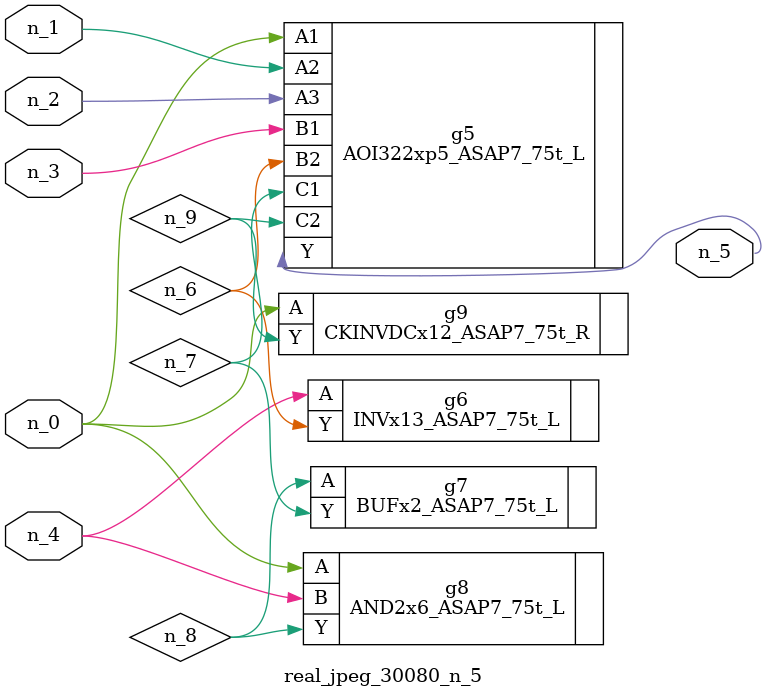
<source format=v>
module real_jpeg_30080_n_5 (n_4, n_0, n_1, n_2, n_3, n_5);

input n_4;
input n_0;
input n_1;
input n_2;
input n_3;

output n_5;

wire n_8;
wire n_6;
wire n_7;
wire n_9;

AOI322xp5_ASAP7_75t_L g5 ( 
.A1(n_0),
.A2(n_1),
.A3(n_2),
.B1(n_3),
.B2(n_6),
.C1(n_7),
.C2(n_9),
.Y(n_5)
);

AND2x6_ASAP7_75t_L g8 ( 
.A(n_0),
.B(n_4),
.Y(n_8)
);

CKINVDCx12_ASAP7_75t_R g9 ( 
.A(n_0),
.Y(n_9)
);

INVx13_ASAP7_75t_L g6 ( 
.A(n_4),
.Y(n_6)
);

BUFx2_ASAP7_75t_L g7 ( 
.A(n_8),
.Y(n_7)
);


endmodule
</source>
